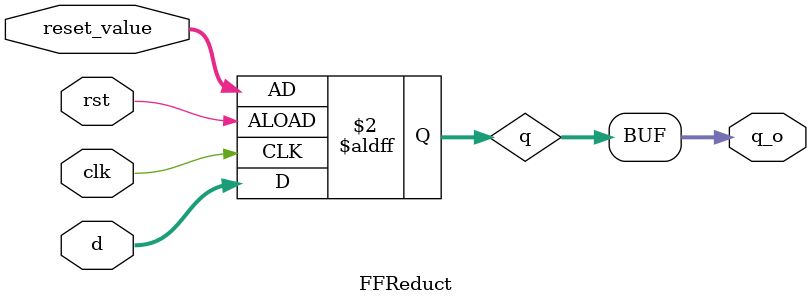
<source format=sv>
`timescale 1ns / 1ps


module FFReduct #(
    localparam WIDTH = 16
)
(
    input logic [WIDTH-1:0] d,
    input logic [WIDTH-1:0] reset_value,
    input logic clk,
    input logic rst,
    output logic[WIDTH-1:0] q_o
    );
logic [WIDTH-1:0] q;

  always_ff @(posedge (clk) or posedge (rst)) begin 
    if (rst) begin                                    
      q <= (reset_value);                            
    end else begin                                       
      q <= (d);                                      
    end                                                  
  end

  assign q_o=q;
endmodule

</source>
